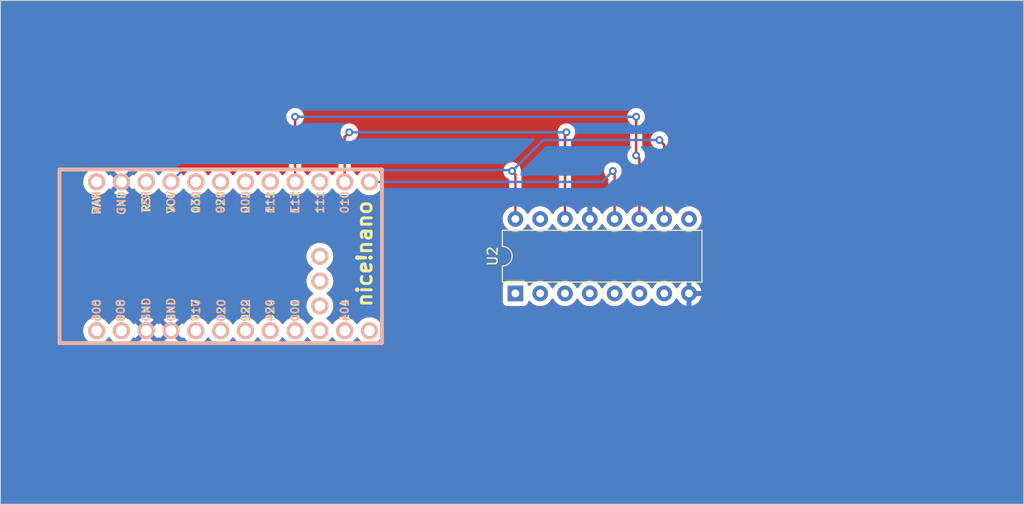
<source format=kicad_pcb>
(kicad_pcb (version 20221018) (generator pcbnew)
  (layers (0 "F.Cu" signal) (31 "B.Cu" signal) (34 "B.Paste" user) (35 "F.Paste" user) (36 "B.SilkS" user "B.Silkscreen") (37 "F.SilkS" user "F.Silkscreen") (38 "B.Mask" user) (39 "F.Mask" user) (44 "Edge.Cuts" user))
  (net 0 "")
  (net 1 "GND")
  (net 2 "COL0")
  (net 3 "COL1")
  (net 4 "COL2")
  (net 5 "COL3")
  (net 6 "COL6")
  (net 7 "COL5")
  (net 8 "+5V")
  (net 10 "COL4")
  (net 11 "ROW1")
  (net 12 "ROW2")
  (net 13 "ROW3")
  (net 14 "ROW4")
  (net 15 "ROW5")
  (net 16 "ROW6")
  (net 17 "ROW7")
  (net 18 "ROW0")
  (net 19 "ROW8")
  (net 20 "ROW14")
  (net 21 "ROW13")
  (net 22 "ROW12")
  (net 23 "ROW11")
  (net 24 "ROW10")
  (net 25 "ROW9")
  (net 30 "Net-(U1-P1.13)")
  (net 31 "Net-(U1-NFC2{slash}P0.10)")
  (net 32 "Net-(U1-NFC1{slash}P0.09)")
  (footprint "Package_DIP:DIP-16_W7.62mm" (layer "F.Cu") (at 90.82 58.56875 90)
    (fp_text reference "U2" (at 3.81 -2.33 90) (layer "F.SilkS"))
    (fp_text value "74HC595")
    (fp_line (start 1.16 -1.33) (end 1.16 19.11) (stroke (width 0.12)) (layer "F.SilkS"))
    (fp_line (start 1.16 19.11) (end 6.46 19.11) (stroke (width 0.12)) (layer "F.SilkS"))
    (fp_line (start 2.81 -1.33) (end 1.16 -1.33) (stroke (width 0.12)) (layer "F.SilkS"))
    (fp_line (start 6.46 -1.33) (end 4.81 -1.33) (stroke (width 0.12)) (layer "F.SilkS"))
    (fp_line (start 6.46 19.11) (end 6.46 -1.33) (stroke (width 0.12)) (layer "F.SilkS"))
    (fp_arc (start 4.81 -1.33) (mid 3.81 -0.33) (end 2.81 -1.33) (stroke (width 0.12)) (layer "F.SilkS"))
    (pad "1" thru_hole rect (at 0 0 90) (size 1.6 1.6) (drill 0.8) (layers "*.Cu" "*.Mask") (net 3 "COL1"))
    (pad "2" thru_hole oval (at 0 2.54 90) (size 1.6 1.6) (drill 0.8) (layers "*.Cu" "*.Mask") (net 4 "COL2"))
    (pad "3" thru_hole oval (at 0 5.08 90) (size 1.6 1.6) (drill 0.8) (layers "*.Cu" "*.Mask") (net 5 "COL3"))
    (pad "4" thru_hole oval (at 0 7.62 90) (size 1.6 1.6) (drill 0.8) (layers "*.Cu" "*.Mask") (net 10 "COL4"))
    (pad "5" thru_hole oval (at 0 10.16 90) (size 1.6 1.6) (drill 0.8) (layers "*.Cu" "*.Mask") (net 7 "COL5"))
    (pad "6" thru_hole oval (at 0 12.7 90) (size 1.6 1.6) (drill 0.8) (layers "*.Cu" "*.Mask") (net 6 "COL6"))
    (pad "7" thru_hole oval (at 0 15.24 90) (size 1.6 1.6) (drill 0.8) (layers "*.Cu" "*.Mask"))
    (pad "8" thru_hole oval (at 0 17.78 90) (size 1.6 1.6) (drill 0.8) (layers "*.Cu" "*.Mask") (net 1 "GND"))
    (pad "9" thru_hole oval (at 7.62 17.78 90) (size 1.6 1.6) (drill 0.8) (layers "*.Cu" "*.Mask"))
    (pad "10" thru_hole oval (at 7.62 15.24 90) (size 1.6 1.6) (drill 0.8) (layers "*.Cu" "*.Mask") (net 8 "+5V"))
    (pad "11" thru_hole oval (at 7.62 12.7 90) (size 1.6 1.6) (drill 0.8) (layers "*.Cu" "*.Mask") (net 30 "Net-(U1-P1.13)"))
    (pad "12" thru_hole oval (at 7.62 10.16 90) (size 1.6 1.6) (drill 0.8) (layers "*.Cu" "*.Mask") (net 32 "Net-(U1-NFC1{slash}P0.09)"))
    (pad "13" thru_hole oval (at 7.62 7.62 90) (size 1.6 1.6) (drill 0.8) (layers "*.Cu" "*.Mask") (net 1 "GND"))
    (pad "14" thru_hole oval (at 7.62 5.08 90) (size 1.6 1.6) (drill 0.8) (layers "*.Cu" "*.Mask") (net 31 "Net-(U1-NFC2{slash}P0.10)"))
    (pad "15" thru_hole oval (at 7.62 2.54 90) (size 1.6 1.6) (drill 0.8) (layers "*.Cu" "*.Mask") (net 2 "COL0"))
    (pad "16" thru_hole oval (at 7.62 0 90) (size 1.6 1.6) (drill 0.8) (layers "*.Cu" "*.Mask") (net 8 "+5V"))
  )
  (footprint "nice-nano-kicad:nice_nano" (layer "F.Cu") (at 61.9125 54.76875)
    (fp_text reference "U1" hide)
    (fp_text value "nice_nano" hide)
    (fp_text user "VCC" (at -6.35 -5.537191 90) (layer "B.SilkS") (effects (font (size 0.8 0.8)) (justify mirror)))
    (fp_text user "104" (at 11.43 5.53719 90) (layer "B.SilkS") (effects (font (size 0.8 0.8)) (justify mirror)))
    (fp_text user "113" (at 6.35 -5.537191 90) (layer "B.SilkS") (effects (font (size 0.8 0.8)) (justify mirror)))
    (fp_text user "111" (at 8.89 -5.537191 90) (layer "B.SilkS") (effects (font (size 0.8 0.8)) (justify mirror)))
    (fp_text user "RST" (at -8.89 -5.588 90) (layer "B.SilkS") (effects (font (size 0.8 0.8)) (justify mirror)))
    (fp_text user "002" (at 1.27 -5.537191 90) (layer "B.SilkS") (effects (font (size 0.8 0.8)) (justify mirror)))
    (fp_text user "010" (at 11.43 -5.537191 90) (layer "B.SilkS") (effects (font (size 0.8 0.8)) (justify mirror)))
    (fp_text user "020" (at -1.2 5.53719 90) (layer "B.SilkS") (effects (font (size 0.8 0.8)) (justify mirror)))
    (fp_text user "031" (at -3.81 -5.537191 90) (layer "B.SilkS") (effects (font (size 0.8 0.8)) (justify mirror)))
    (fp_text user "024" (at 3.8 5.53719 90) (layer "B.SilkS") (effects (font (size 0.8 0.8)) (justify mirror)))
    (fp_text user "GND" (at -11.43 -5.454667 90) (layer "B.SilkS") (effects (font (size 0.8 0.8)) (justify mirror)))
    (fp_text user "006" (at -13.97 5.53719 90) (layer "B.SilkS") (effects (font (size 0.8 0.8)) (justify mirror)))
    (fp_text user "017" (at -3.81 5.53719 90) (layer "B.SilkS") (effects (font (size 0.8 0.8)) (justify mirror)))
    (fp_text user "GND" (at -8.89 5.461 90) (layer "B.SilkS") (effects (font (size 0.8 0.8)) (justify mirror)))
    (fp_text user "022" (at 1.3 5.53719 90) (layer "B.SilkS") (effects (font (size 0.8 0.8)) (justify mirror)))
    (fp_text user "RAW" (at -13.97 -5.473715 90) (layer "B.SilkS") (effects (font (size 0.8 0.8)) (justify mirror)))
    (fp_text user "GND" (at -6.35 5.461 90) (layer "B.SilkS") (effects (font (size 0.8 0.8)) (justify mirror)))
    (fp_text user "100" (at 6.35 5.53719 90) (layer "B.SilkS") (effects (font (size 0.8 0.8)) (justify mirror)))
    (fp_text user "115" (at 3.81 -5.537191 90) (layer "B.SilkS") (effects (font (size 0.8 0.8)) (justify mirror)))
    (fp_text user "029" (at -1.27 -5.537191 90) (layer "B.SilkS") (effects (font (size 0.8 0.8)) (justify mirror)))
    (fp_text user "008" (at -11.5 5.53719 90) (layer "B.SilkS") (effects (font (size 0.8 0.8)) (justify mirror)))
    (fp_text user "020" (at -1.2 5.53719 90) (layer "F.SilkS") (effects (font (size 0.8 0.8))))
    (fp_text user "100" (at 6.35 5.53719 90) (layer "F.SilkS") (effects (font (size 0.8 0.8))))
    (fp_text user "nice!nano" (at 13.462 -0.254 90) (layer "F.SilkS") (effects (font (size 1.5 1.5) (thickness 0.3))))
    (fp_text user "017" (at -3.8 5.53719 90) (layer "F.SilkS") (effects (font (size 0.8 0.8))))
    (fp_text user "022" (at 1.3 5.53719 90) (layer "F.SilkS") (effects (font (size 0.8 0.8))))
    (fp_text user "024" (at 3.81 5.53719 90) (layer "F.SilkS") (effects (font (size 0.8 0.8))))
    (fp_text user "GND" (at -11.43 -5.454667 90) (layer "F.SilkS") (effects (font (size 0.8 0.8))))
    (fp_text user "111" (at 8.89 -5.537191 90) (layer "F.SilkS") (effects (font (size 0.8 0.8))))
    (fp_text user "010" (at 11.43 -5.537191 90) (layer "F.SilkS") (effects (font (size 0.8 0.8))))
    (fp_text user "RAW" (at -13.97 -5.473715 90) (layer "F.SilkS") (effects (font (size 0.8 0.8))))
    (fp_text user "029" (at -1.27 -5.537191 90) (layer "F.SilkS") (effects (font (size 0.8 0.8))))
    (fp_text user "031" (at -3.81 -5.537191 90) (layer "F.SilkS") (effects (font (size 0.8 0.8))))
    (fp_text user "GND" (at -6.35 5.461 90) (layer "F.SilkS") (effects (font (size 0.8 0.8))))
    (fp_text user "RST" (at -8.89 -5.588 90) (layer "F.SilkS") (effects (font (size 0.8 0.8))))
    (fp_text user "GND" (at -8.89 5.461 90) (layer "F.SilkS") (effects (font (size 0.8 0.8))))
    (fp_text user "VCC" (at -6.35 -5.537191 90) (layer "F.SilkS") (effects (font (size 0.8 0.8))))
    (fp_text user "115" (at 3.81 -5.537191 90) (layer "F.SilkS") (effects (font (size 0.8 0.8))))
    (fp_text user "104" (at 11.43 5.53719 90) (layer "F.SilkS") (effects (font (size 0.8 0.8))))
    (fp_text user "008" (at -11.5 5.53719 90) (layer "F.SilkS") (effects (font (size 0.8 0.8))))
    (fp_text user "006" (at -13.97 5.53719 90) (layer "F.SilkS") (effects (font (size 0.8 0.8))))
    (fp_text user "113" (at 6.35 -5.537191 90) (layer "F.SilkS") (effects (font (size 0.8 0.8))))
    (fp_text user "002" (at 1.27 -5.537191 90) (layer "F.SilkS") (effects (font (size 0.8 0.8))))
    (fp_line (start -17.78 -8.89) (end -17.78 8.89) (stroke (width 0.381)) (layer "B.SilkS"))
    (fp_line (start -17.78 8.89) (end 15.24 8.89) (stroke (width 0.381)) (layer "B.SilkS"))
    (fp_line (start 15.24 -8.89) (end -17.78 -8.89) (stroke (width 0.381)) (layer "B.SilkS"))
    (fp_line (start 15.24 8.89) (end 15.24 -8.89) (stroke (width 0.381)) (layer "B.SilkS"))
    (fp_line (start -17.78 -8.89) (end -17.78 8.89) (stroke (width 0.381)) (layer "F.SilkS"))
    (fp_line (start -17.78 8.89) (end -15.24 8.89) (stroke (width 0.381)) (layer "F.SilkS"))
    (fp_line (start -15.24 -8.89) (end -17.78 -8.89) (stroke (width 0.381)) (layer "F.SilkS"))
    (fp_line (start -15.24 8.89) (end 15.24 8.89) (stroke (width 0.381)) (layer "F.SilkS"))
    (fp_line (start 15.24 -8.89) (end -15.24 -8.89) (stroke (width 0.381)) (layer "F.SilkS"))
    (fp_line (start 15.24 8.89) (end 15.24 -8.89) (stroke (width 0.381)) (layer "F.SilkS"))
    (pad "1" thru_hole circle (at -13.97 7.62) (size 1.7526 1.7526) (drill 1.0922) (layers "*.Cu" "*.SilkS" "*.Mask") (net 18 "ROW0"))
    (pad "2" thru_hole circle (at -11.43 7.62) (size 1.7526 1.7526) (drill 1.0922) (layers "*.Cu" "*.SilkS" "*.Mask") (net 11 "ROW1"))
    (pad "3" thru_hole circle (at -8.89 7.62) (size 1.7526 1.7526) (drill 1.0922) (layers "*.Cu" "*.SilkS" "*.Mask") (net 1 "GND"))
    (pad "4" thru_hole circle (at -6.35 7.62) (size 1.7526 1.7526) (drill 1.0922) (layers "*.Cu" "*.SilkS" "*.Mask") (net 1 "GND"))
    (pad "5" thru_hole circle (at -3.81 7.62) (size 1.7526 1.7526) (drill 1.0922) (layers "*.Cu" "*.SilkS" "*.Mask") (net 12 "ROW2"))
    (pad "6" thru_hole circle (at -1.27 7.62) (size 1.7526 1.7526) (drill 1.0922) (layers "*.Cu" "*.SilkS" "*.Mask") (net 13 "ROW3"))
    (pad "7" thru_hole circle (at 1.27 7.62) (size 1.7526 1.7526) (drill 1.0922) (layers "*.Cu" "*.SilkS" "*.Mask") (net 14 "ROW4"))
    (pad "8" thru_hole circle (at 3.81 7.62) (size 1.7526 1.7526) (drill 1.0922) (layers "*.Cu" "*.SilkS" "*.Mask") (net 15 "ROW5"))
    (pad "9" thru_hole circle (at 6.35 7.62) (size 1.7526 1.7526) (drill 1.0922) (layers "*.Cu" "*.SilkS" "*.Mask") (net 16 "ROW6"))
    (pad "10" thru_hole circle (at 8.89 7.62) (size 1.7526 1.7526) (drill 1.0922) (layers "*.Cu" "*.SilkS" "*.Mask") (net 17 "ROW7"))
    (pad "11" thru_hole circle (at 11.43 7.62) (size 1.7526 1.7526) (drill 1.0922) (layers "*.Cu" "*.SilkS" "*.Mask") (net 19 "ROW8"))
    (pad "12" thru_hole circle (at 13.97 7.62) (size 1.7526 1.7526) (drill 1.0922) (layers "*.Cu" "*.SilkS" "*.Mask") (net 25 "ROW9"))
    (pad "13" thru_hole circle (at 13.97 -7.62) (size 1.7526 1.7526) (drill 1.0922) (layers "*.Cu" "*.SilkS" "*.Mask") (net 32 "Net-(U1-NFC1{slash}P0.09)"))
    (pad "14" thru_hole circle (at 11.43 -7.62) (size 1.7526 1.7526) (drill 1.0922) (layers "*.Cu" "*.SilkS" "*.Mask") (net 31 "Net-(U1-NFC2{slash}P0.10)"))
    (pad "15" thru_hole circle (at 8.89 -7.62) (size 1.7526 1.7526) (drill 1.0922) (layers "*.Cu" "*.SilkS" "*.Mask") (net 20 "ROW14"))
    (pad "16" thru_hole circle (at 6.35 -7.62) (size 1.7526 1.7526) (drill 1.0922) (layers "*.Cu" "*.SilkS" "*.Mask") (net 30 "Net-(U1-P1.13)"))
    (pad "17" thru_hole circle (at 3.81 -7.62) (size 1.7526 1.7526) (drill 1.0922) (layers "*.Cu" "*.SilkS" "*.Mask") (net 21 "ROW13"))
    (pad "18" thru_hole circle (at 1.27 -7.62) (size 1.7526 1.7526) (drill 1.0922) (layers "*.Cu" "*.SilkS" "*.Mask") (net 22 "ROW12"))
    (pad "19" thru_hole circle (at -1.27 -7.62) (size 1.7526 1.7526) (drill 1.0922) (layers "*.Cu" "*.SilkS" "*.Mask") (net 23 "ROW11"))
    (pad "20" thru_hole circle (at -3.81 -7.62) (size 1.7526 1.7526) (drill 1.0922) (layers "*.Cu" "*.SilkS" "*.Mask") (net 24 "ROW10"))
    (pad "21" thru_hole circle (at -6.35 -7.62) (size 1.7526 1.7526) (drill 1.0922) (layers "*.Cu" "*.SilkS" "*.Mask") (net 8 "+5V"))
    (pad "22" thru_hole circle (at -8.89 -7.62) (size 1.7526 1.7526) (drill 1.0922) (layers "*.Cu" "*.SilkS" "*.Mask"))
    (pad "23" thru_hole circle (at -11.43 -7.62) (size 1.7526 1.7526) (drill 1.0922) (layers "*.Cu" "*.SilkS" "*.Mask") (net 1 "GND"))
    (pad "24" thru_hole circle (at -13.97 -7.62) (size 1.7526 1.7526) (drill 1.0922) (layers "*.Cu" "*.SilkS" "*.Mask"))
    (pad "31" thru_hole circle (at 8.89 5.08) (size 1.7526 1.7526) (drill 1.0922) (layers "*.Cu" "*.SilkS" "*.Mask"))
    (pad "32" thru_hole circle (at 8.89 2.54) (size 1.7526 1.7526) (drill 1.0922) (layers "*.Cu" "*.SilkS" "*.Mask"))
    (pad "33" thru_hole circle (at 8.89 0) (size 1.7526 1.7526) (drill 1.0922) (layers "*.Cu" "*.SilkS" "*.Mask"))
  )
  (gr_line (start 38.1 28.575) (end 38.1 80.16875) (stroke (width 0.1)) (layer "Edge.Cuts"))
  (gr_line (start 38.1 80.16875) (end 142.875 80.16875) (stroke (width 0.1)) (layer "Edge.Cuts"))
  (gr_line (start 38.1 28.575) (end 142.875 28.575) (stroke (width 0.1)) (layer "Edge.Cuts"))
  (gr_line (start 142.875 80.16875) (end 142.875 28.575) (stroke (width 0.1)) (layer "Edge.Cuts"))
  (segment (start 106.06 50.94875) (end 106.06 43.35375) (width 0.25) (layer "F.Cu") (net 8))
  (segment (start 106.06 43.35375) (end 105.56875 42.8625) (width 0.25) (layer "F.Cu") (net 8))
  (segment (start 90.4875 46.0375) (end 90.82 46.37) (width 0.25) (layer "F.Cu") (net 8))
  (segment (start 90.82 46.37) (end 90.82 50.94875) (width 0.25) (layer "F.Cu") (net 8))
  (via (at 105.56875 42.8625) (size 0.8) (drill 0.4) (layers "F.Cu" "B.Cu") (net 8))
  (via (at 90.4875 46.0375) (size 0.8) (drill 0.4) (layers "F.Cu" "B.Cu") (net 8))
  (segment (start 93.6625 42.8625) (end 105.56875 42.8625) (width 0.25) (layer "B.Cu") (net 8))
  (segment (start 90.39745 45.94745) (end 90.4875 46.0375) (width 0.25) (layer "B.Cu") (net 8))
  (segment (start 90.4875 46.0375) (end 93.6625 42.8625) (width 0.25) (layer "B.Cu") (net 8))
  (segment (start 56.7638 45.94745) (end 90.39745 45.94745) (width 0.25) (layer "B.Cu") (net 8))
  (segment (start 55.5625 47.14875) (end 56.7638 45.94745) (width 0.25) (layer "B.Cu") (net 8))
  (segment (start 68.2625 47.14875) (end 68.2625 40.48125) (width 0.25) (layer "F.Cu") (net 30))
  (segment (start 103.52 44.7825) (end 103.1875 44.45) (width 0.25) (layer "F.Cu") (net 30))
  (segment (start 103.52 50.94875) (end 103.52 44.7825) (width 0.25) (layer "F.Cu") (net 30))
  (segment (start 103.1875 40.48125) (end 103.1875 44.45) (width 0.25) (layer "F.Cu") (net 30))
  (via (at 103.1875 40.48125) (size 0.8) (drill 0.4) (layers "F.Cu" "B.Cu") (net 30))
  (via (at 68.2625 40.48125) (size 0.8) (drill 0.4) (layers "F.Cu" "B.Cu") (net 30))
  (via (at 103.1875 44.45) (size 0.8) (drill 0.4) (layers "F.Cu" "B.Cu") (net 30))
  (segment (start 68.2625 40.48125) (end 103.1875 40.48125) (width 0.25) (layer "B.Cu") (net 30))
  (segment (start 95.9 42.2125) (end 95.9 50.94875) (width 0.25) (layer "F.Cu") (net 31))
  (segment (start 73.3425 42.545) (end 73.81875 42.06875) (width 0.25) (layer "F.Cu") (net 31))
  (segment (start 73.3425 47.14875) (end 73.3425 42.545) (width 0.25) (layer "F.Cu") (net 31))
  (segment (start 96.04375 42.06875) (end 95.9 42.2125) (width 0.25) (layer "F.Cu") (net 31))
  (via (at 96.04375 42.06875) (size 0.8) (drill 0.4) (layers "F.Cu" "B.Cu") (net 31))
  (via (at 73.81875 42.06875) (size 0.8) (drill 0.4) (layers "F.Cu" "B.Cu") (net 31))
  (segment (start 73.81875 42.06875) (end 96.04375 42.06875) (width 0.25) (layer "B.Cu") (net 31))
  (segment (start 100.98 46.21125) (end 100.80625 46.0375) (width 0.25) (layer "F.Cu") (net 32))
  (segment (start 100.98 50.94875) (end 100.98 46.21125) (width 0.25) (layer "F.Cu") (net 32))
  (via (at 100.80625 46.0375) (size 0.8) (drill 0.4) (layers "F.Cu" "B.Cu") (net 32))
  (segment (start 99.695 47.14875) (end 100.80625 46.0375) (width 0.25) (layer "B.Cu") (net 32))
  (segment (start 75.8825 47.14875) (end 99.695 47.14875) (width 0.25) (layer "B.Cu") (net 32))
  (zone (net 1) (net_name "GND") (layers "F&B.Cu") (connect_pads (clearance 0.5)) (min_thickness 0.25) (fill yes (thermal_gap 0.5) (thermal_bridge_width 0.5))
    (polygon (pts (xy 38.1 28.575) (xy 38.1 80.16875) (xy 142.875 80.16875) (xy 142.875 28.575)))
  )
)
</source>
